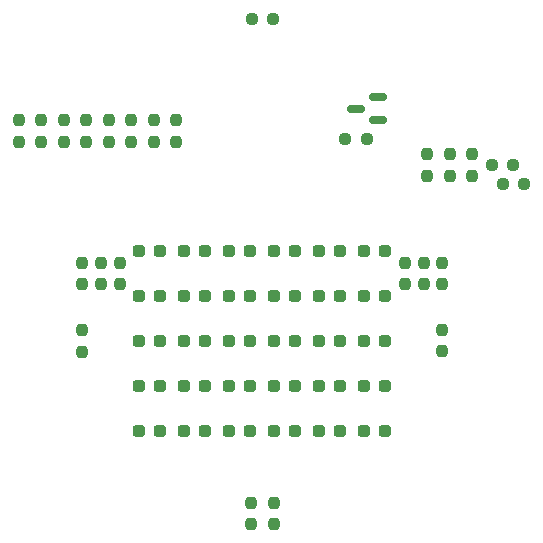
<source format=gbr>
%TF.GenerationSoftware,KiCad,Pcbnew,7.0.6-7.0.6~ubuntu22.04.1*%
%TF.CreationDate,2023-07-15T17:42:53-03:00*%
%TF.ProjectId,FRANZININHO-WIFI-MAKEYMAKEY,4652414e-5a49-44e4-994e-484f2d574946,1.0.0*%
%TF.SameCoordinates,Original*%
%TF.FileFunction,Paste,Top*%
%TF.FilePolarity,Positive*%
%FSLAX46Y46*%
G04 Gerber Fmt 4.6, Leading zero omitted, Abs format (unit mm)*
G04 Created by KiCad (PCBNEW 7.0.6-7.0.6~ubuntu22.04.1) date 2023-07-15 17:42:53*
%MOMM*%
%LPD*%
G01*
G04 APERTURE LIST*
G04 Aperture macros list*
%AMRoundRect*
0 Rectangle with rounded corners*
0 $1 Rounding radius*
0 $2 $3 $4 $5 $6 $7 $8 $9 X,Y pos of 4 corners*
0 Add a 4 corners polygon primitive as box body*
4,1,4,$2,$3,$4,$5,$6,$7,$8,$9,$2,$3,0*
0 Add four circle primitives for the rounded corners*
1,1,$1+$1,$2,$3*
1,1,$1+$1,$4,$5*
1,1,$1+$1,$6,$7*
1,1,$1+$1,$8,$9*
0 Add four rect primitives between the rounded corners*
20,1,$1+$1,$2,$3,$4,$5,0*
20,1,$1+$1,$4,$5,$6,$7,0*
20,1,$1+$1,$6,$7,$8,$9,0*
20,1,$1+$1,$8,$9,$2,$3,0*%
G04 Aperture macros list end*
%ADD10RoundRect,0.237500X-0.287500X-0.237500X0.287500X-0.237500X0.287500X0.237500X-0.287500X0.237500X0*%
%ADD11RoundRect,0.237500X0.237500X-0.250000X0.237500X0.250000X-0.237500X0.250000X-0.237500X-0.250000X0*%
%ADD12RoundRect,0.237500X-0.237500X0.250000X-0.237500X-0.250000X0.237500X-0.250000X0.237500X0.250000X0*%
%ADD13RoundRect,0.237500X-0.250000X-0.237500X0.250000X-0.237500X0.250000X0.237500X-0.250000X0.237500X0*%
%ADD14RoundRect,0.150000X0.587500X0.150000X-0.587500X0.150000X-0.587500X-0.150000X0.587500X-0.150000X0*%
%ADD15RoundRect,0.237500X0.250000X0.237500X-0.250000X0.237500X-0.250000X-0.237500X0.250000X-0.237500X0*%
G04 APERTURE END LIST*
D10*
%TO.C,D1*%
X142000000Y-93980000D03*
X143750000Y-93980000D03*
%TD*%
%TO.C,D27*%
X149620000Y-109220000D03*
X151370000Y-109220000D03*
%TD*%
D11*
%TO.C,R17*%
X133667500Y-84732500D03*
X133667500Y-82907500D03*
%TD*%
D12*
%TO.C,R7*%
X167640000Y-94972500D03*
X167640000Y-96797500D03*
%TD*%
D10*
%TO.C,D11*%
X157240000Y-97790000D03*
X158990000Y-97790000D03*
%TD*%
D11*
%TO.C,R25*%
X166370000Y-87590000D03*
X166370000Y-85765000D03*
%TD*%
D10*
%TO.C,D29*%
X157240000Y-109220000D03*
X158990000Y-109220000D03*
%TD*%
D13*
%TO.C,R13*%
X172760000Y-88265000D03*
X174585000Y-88265000D03*
%TD*%
D10*
%TO.C,D2*%
X145810000Y-93980000D03*
X147560000Y-93980000D03*
%TD*%
D11*
%TO.C,R11*%
X137160000Y-102512500D03*
X137160000Y-100687500D03*
%TD*%
D10*
%TO.C,D12*%
X161050000Y-97790000D03*
X162800000Y-97790000D03*
%TD*%
%TO.C,D5*%
X157240000Y-93980000D03*
X158990000Y-93980000D03*
%TD*%
D12*
%TO.C,R4*%
X140335000Y-94972500D03*
X140335000Y-96797500D03*
%TD*%
D11*
%TO.C,R21*%
X141287500Y-84732500D03*
X141287500Y-82907500D03*
%TD*%
D10*
%TO.C,D22*%
X153430000Y-105410000D03*
X155180000Y-105410000D03*
%TD*%
%TO.C,D4*%
X153430000Y-93980000D03*
X155180000Y-93980000D03*
%TD*%
D14*
%TO.C,Q1*%
X162227500Y-82865000D03*
X162227500Y-80965000D03*
X160352500Y-81915000D03*
%TD*%
D15*
%TO.C,R8*%
X161250000Y-84455000D03*
X159425000Y-84455000D03*
%TD*%
D11*
%TO.C,R20*%
X139382500Y-84732500D03*
X139382500Y-82907500D03*
%TD*%
D12*
%TO.C,R6*%
X166052500Y-94972500D03*
X166052500Y-96797500D03*
%TD*%
D10*
%TO.C,D26*%
X145810000Y-109220000D03*
X147560000Y-109220000D03*
%TD*%
%TO.C,D16*%
X153430000Y-101600000D03*
X155180000Y-101600000D03*
%TD*%
D15*
%TO.C,R9*%
X153312500Y-74295000D03*
X151487500Y-74295000D03*
%TD*%
D10*
%TO.C,D25*%
X142000000Y-109220000D03*
X143750000Y-109220000D03*
%TD*%
%TO.C,D17*%
X157240000Y-101600000D03*
X158990000Y-101600000D03*
%TD*%
%TO.C,D15*%
X149620000Y-101600000D03*
X151370000Y-101600000D03*
%TD*%
%TO.C,D7*%
X142000000Y-97790000D03*
X143750000Y-97790000D03*
%TD*%
%TO.C,D19*%
X142000000Y-105410000D03*
X143750000Y-105410000D03*
%TD*%
%TO.C,D28*%
X153430000Y-109220000D03*
X155180000Y-109220000D03*
%TD*%
D12*
%TO.C,R5*%
X164465000Y-94972500D03*
X164465000Y-96797500D03*
%TD*%
%TO.C,R14*%
X153352500Y-115292500D03*
X153352500Y-117117500D03*
%TD*%
D11*
%TO.C,R10*%
X167640000Y-102472500D03*
X167640000Y-100647500D03*
%TD*%
D10*
%TO.C,D30*%
X161050000Y-109220000D03*
X162800000Y-109220000D03*
%TD*%
D12*
%TO.C,R3*%
X138747500Y-94972500D03*
X138747500Y-96797500D03*
%TD*%
D10*
%TO.C,D9*%
X149620000Y-97790000D03*
X151370000Y-97790000D03*
%TD*%
%TO.C,D3*%
X149620000Y-93980000D03*
X151370000Y-93980000D03*
%TD*%
%TO.C,D24*%
X161050000Y-105410000D03*
X162800000Y-105410000D03*
%TD*%
%TO.C,D21*%
X149620000Y-105410000D03*
X151370000Y-105410000D03*
%TD*%
%TO.C,D18*%
X161050000Y-101600000D03*
X162800000Y-101600000D03*
%TD*%
D11*
%TO.C,R22*%
X143192500Y-84732500D03*
X143192500Y-82907500D03*
%TD*%
D10*
%TO.C,D23*%
X157240000Y-105410000D03*
X158990000Y-105410000D03*
%TD*%
%TO.C,D6*%
X161050000Y-93980000D03*
X162800000Y-93980000D03*
%TD*%
D12*
%TO.C,R2*%
X137160000Y-94972500D03*
X137160000Y-96797500D03*
%TD*%
D10*
%TO.C,D8*%
X145810000Y-97790000D03*
X147560000Y-97790000D03*
%TD*%
D12*
%TO.C,R1*%
X151447500Y-115292500D03*
X151447500Y-117117500D03*
%TD*%
D11*
%TO.C,R19*%
X137477500Y-84732500D03*
X137477500Y-82907500D03*
%TD*%
%TO.C,R18*%
X135572500Y-84732500D03*
X135572500Y-82907500D03*
%TD*%
%TO.C,R16*%
X131762500Y-84732500D03*
X131762500Y-82907500D03*
%TD*%
D10*
%TO.C,D14*%
X145810000Y-101600000D03*
X147560000Y-101600000D03*
%TD*%
%TO.C,D10*%
X153430000Y-97790000D03*
X155180000Y-97790000D03*
%TD*%
D13*
%TO.C,R12*%
X171807500Y-86677500D03*
X173632500Y-86677500D03*
%TD*%
D10*
%TO.C,D20*%
X145810000Y-105410000D03*
X147560000Y-105410000D03*
%TD*%
%TO.C,D13*%
X142000000Y-101600000D03*
X143750000Y-101600000D03*
%TD*%
D11*
%TO.C,R23*%
X145097500Y-84732500D03*
X145097500Y-82907500D03*
%TD*%
%TO.C,R15*%
X170180000Y-87590000D03*
X170180000Y-85765000D03*
%TD*%
%TO.C,R24*%
X168275000Y-87590000D03*
X168275000Y-85765000D03*
%TD*%
M02*

</source>
